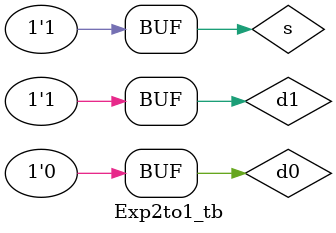
<source format=v>

module Exp2to1 (
   d0, d1, s, y
);

input d0, d1, s;
output y;
reg y;
not g1(d0bar, d0);
always @(d0 or d1 or s) begin
    if(s==1'b0)
        y = d0bar;
    else
        y = d0;
end

endmodule

module Exp2to1_tb;
reg d0, d1, s;
wire y;

Exp2to1 i(d0, d1, s, y);

initial

begin

s=1'b0; d0=1'b0; d1=1'b0;

$monitor("Time: %f, s:%b, d0:%b, d1:%b, y:%b", $time, s, d0, d1, y);

#5 s=1'b0; d0=1'b1; d1=1'b0;

#5 s=1'b0; d0=1'b0; d1=1'b1;

#5 s=1'b1; d0=1'b1; d1=1'b0;

#5 s=1'b1; d0=1'b0; d1=1'b1;

end

endmodule
</source>
